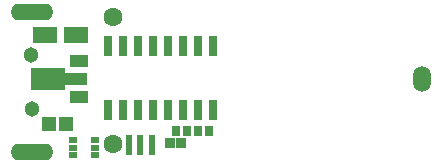
<source format=gbs>
G04 Layer_Color=16711935*
%FSLAX25Y25*%
%MOIN*%
G70*
G01*
G75*
%ADD60R,0.01981X0.07099*%
%ADD70R,0.03241X0.03241*%
%ADD76R,0.03084X0.03241*%
%ADD79C,0.05131*%
%ADD80O,0.14186X0.05524*%
%ADD81O,0.05918X0.08674*%
%ADD82C,0.06312*%
%ADD83R,0.02769X0.02375*%
%ADD84R,0.04540X0.04540*%
%ADD85R,0.07887X0.05721*%
%ADD86R,0.11430X0.07493*%
%ADD87R,0.05918X0.04343*%
%ADD88R,0.08280X0.04343*%
%ADD89R,0.03162X0.06902*%
D60*
X139764Y104921D02*
D03*
X143504D02*
D03*
X147244D02*
D03*
D70*
X153445Y105610D02*
D03*
X156988D02*
D03*
D76*
X166417Y109646D02*
D03*
X162717D02*
D03*
X159134D02*
D03*
X155433D02*
D03*
D79*
X107274Y116766D02*
D03*
X107175Y134778D02*
D03*
D80*
X107284Y149311D02*
D03*
Y102559D02*
D03*
D81*
X237402Y126673D02*
D03*
D82*
X134252Y147638D02*
D03*
X134252Y105118D02*
D03*
D83*
X120965Y106496D02*
D03*
Y103937D02*
D03*
Y101378D02*
D03*
X128445D02*
D03*
Y103937D02*
D03*
Y106496D02*
D03*
D84*
X118799Y111713D02*
D03*
X112894D02*
D03*
D85*
X111811Y141535D02*
D03*
X122047D02*
D03*
D86*
X112658Y126772D02*
D03*
D87*
X122894Y120866D02*
D03*
Y132677D02*
D03*
D88*
X121713Y126772D02*
D03*
D89*
X167598Y116437D02*
D03*
X162598D02*
D03*
X157598D02*
D03*
X152598D02*
D03*
X147598D02*
D03*
X142598D02*
D03*
X137598D02*
D03*
X157598Y137697D02*
D03*
X152598D02*
D03*
X147598D02*
D03*
X142598D02*
D03*
X137598D02*
D03*
X132598D02*
D03*
Y116437D02*
D03*
X162598Y137697D02*
D03*
X167598D02*
D03*
M02*

</source>
